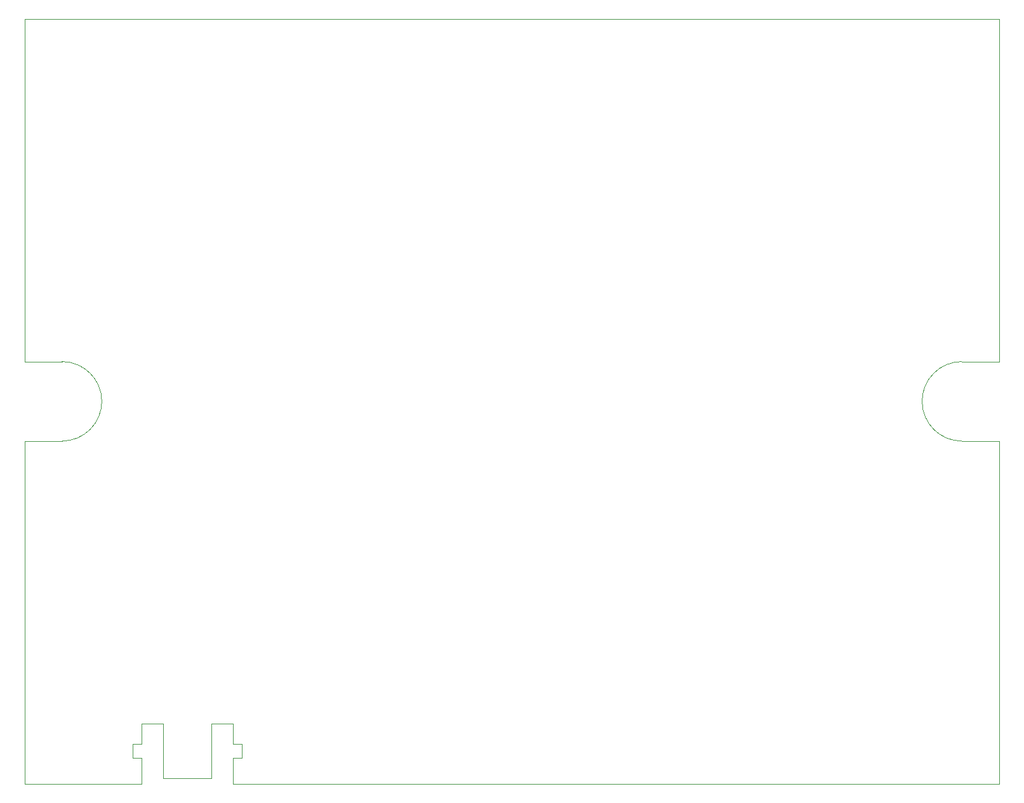
<source format=gm1>
%TF.GenerationSoftware,KiCad,Pcbnew,5.1.6*%
%TF.CreationDate,2020-08-24T17:36:10+02:00*%
%TF.ProjectId,CMM2-JLC,434d4d32-2d4a-44c4-932e-6b696361645f,D*%
%TF.SameCoordinates,Original*%
%TF.FileFunction,Profile,NP*%
%FSLAX46Y46*%
G04 Gerber Fmt 4.6, Leading zero omitted, Abs format (unit mm)*
G04 Created by KiCad (PCBNEW 5.1.6) date 2020-08-24 17:36:10*
%MOMM*%
%LPD*%
G01*
G04 APERTURE LIST*
%TA.AperFunction,Profile*%
%ADD10C,0.050000*%
%TD*%
G04 APERTURE END LIST*
D10*
X145000000Y-76300000D02*
X150000000Y-76300000D01*
X145000000Y-65700000D02*
X150000000Y-65700000D01*
X145000000Y-76300000D02*
G75*
G02*
X145000000Y-65700000I0J5300000D01*
G01*
X25000000Y-65700000D02*
G75*
G02*
X25000000Y-76300000I0J-5300000D01*
G01*
X150000000Y-65700000D02*
X150000000Y-20000000D01*
X47837800Y-122000000D02*
X150000000Y-122000000D01*
X35562200Y-122000000D02*
X20000000Y-122000000D01*
X150000000Y-76300000D02*
X150000000Y-122000000D01*
X20000000Y-76300000D02*
X20000000Y-122000000D01*
X20000000Y-20000000D02*
X20000000Y-65700000D01*
X25000000Y-76300000D02*
X20000000Y-76300000D01*
X25000000Y-65700000D02*
X20000000Y-65700000D01*
X21000000Y-20000000D02*
X20000000Y-20000000D01*
X150000000Y-20000000D02*
X21000000Y-20000000D01*
%TO.C,J1*%
X35562200Y-118605000D02*
X35562200Y-122000000D01*
X47837800Y-118605000D02*
X47837800Y-122000000D01*
X35562200Y-118605000D02*
X34412200Y-118605000D01*
X47837800Y-118605000D02*
X48987800Y-118605000D01*
X34412200Y-116700000D02*
X34412200Y-118605000D01*
X48987800Y-116700000D02*
X48987800Y-118605000D01*
X35562200Y-116700000D02*
X34412200Y-116700000D01*
X47837800Y-116700000D02*
X48987800Y-116700000D01*
X35562200Y-114000000D02*
X35562200Y-116700000D01*
X47837800Y-114000000D02*
X47837800Y-116700000D01*
X38450000Y-114000000D02*
X35562200Y-114000000D01*
X44950000Y-114000000D02*
X47837800Y-114000000D01*
X44950000Y-114000000D02*
X44950000Y-121250000D01*
X38450000Y-121250000D02*
X38450000Y-114000000D01*
X44950000Y-121250000D02*
X38450000Y-121250000D01*
%TD*%
M02*

</source>
